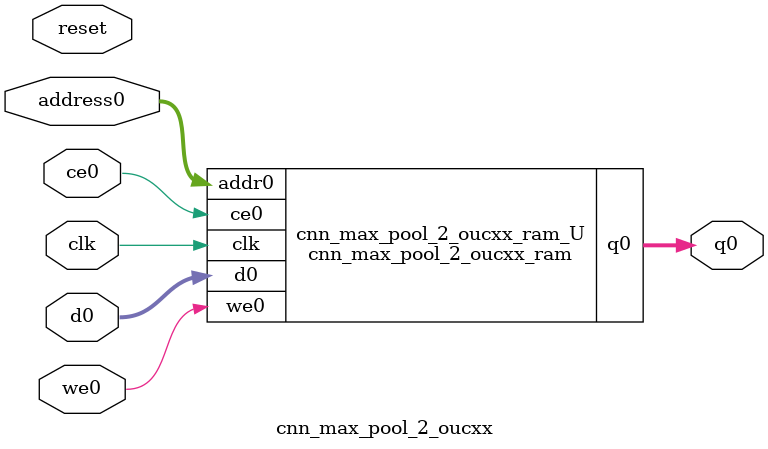
<source format=v>
`timescale 1 ns / 1 ps
module cnn_max_pool_2_oucxx_ram (addr0, ce0, d0, we0, q0,  clk);

parameter DWIDTH = 14;
parameter AWIDTH = 9;
parameter MEM_SIZE = 400;

input[AWIDTH-1:0] addr0;
input ce0;
input[DWIDTH-1:0] d0;
input we0;
output reg[DWIDTH-1:0] q0;
input clk;

(* ram_style = "block" *)reg [DWIDTH-1:0] ram[0:MEM_SIZE-1];




always @(posedge clk)  
begin 
    if (ce0) 
    begin
        if (we0) 
        begin 
            ram[addr0] <= d0; 
        end 
        q0 <= ram[addr0];
    end
end


endmodule

`timescale 1 ns / 1 ps
module cnn_max_pool_2_oucxx(
    reset,
    clk,
    address0,
    ce0,
    we0,
    d0,
    q0);

parameter DataWidth = 32'd14;
parameter AddressRange = 32'd400;
parameter AddressWidth = 32'd9;
input reset;
input clk;
input[AddressWidth - 1:0] address0;
input ce0;
input we0;
input[DataWidth - 1:0] d0;
output[DataWidth - 1:0] q0;



cnn_max_pool_2_oucxx_ram cnn_max_pool_2_oucxx_ram_U(
    .clk( clk ),
    .addr0( address0 ),
    .ce0( ce0 ),
    .we0( we0 ),
    .d0( d0 ),
    .q0( q0 ));

endmodule


</source>
